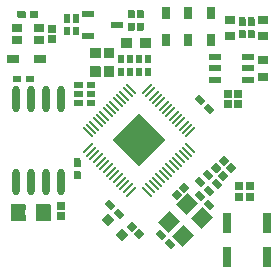
<source format=gtp>
G04*
G04 #@! TF.GenerationSoftware,Altium Limited,Altium Designer,22.4.2 (48)*
G04*
G04 Layer_Color=8421504*
%FSLAX25Y25*%
%MOIN*%
G70*
G04*
G04 #@! TF.SameCoordinates,E33717C8-1156-47A2-ABF9-324644F10D76*
G04*
G04*
G04 #@! TF.FilePolarity,Positive*
G04*
G01*
G75*
%ADD13R,0.02500X0.02500*%
G04:AMPARAMS|DCode=14|XSize=55.12mil|YSize=47.24mil|CornerRadius=0mil|HoleSize=0mil|Usage=FLASHONLY|Rotation=45.000|XOffset=0mil|YOffset=0mil|HoleType=Round|Shape=Rectangle|*
%AMROTATEDRECTD14*
4,1,4,-0.00278,-0.03619,-0.03619,-0.00278,0.00278,0.03619,0.03619,0.00278,-0.00278,-0.03619,0.0*
%
%ADD14ROTATEDRECTD14*%

%ADD15O,0.02480X0.08858*%
G04:AMPARAMS|DCode=16|XSize=43.31mil|YSize=7.87mil|CornerRadius=0mil|HoleSize=0mil|Usage=FLASHONLY|Rotation=45.000|XOffset=0mil|YOffset=0mil|HoleType=Round|Shape=Rectangle|*
%AMROTATEDRECTD16*
4,1,4,-0.01253,-0.01810,-0.01810,-0.01253,0.01253,0.01810,0.01810,0.01253,-0.01253,-0.01810,0.0*
%
%ADD16ROTATEDRECTD16*%

G04:AMPARAMS|DCode=17|XSize=43.31mil|YSize=7.87mil|CornerRadius=0mil|HoleSize=0mil|Usage=FLASHONLY|Rotation=135.000|XOffset=0mil|YOffset=0mil|HoleType=Round|Shape=Rectangle|*
%AMROTATEDRECTD17*
4,1,4,0.01810,-0.01253,0.01253,-0.01810,-0.01810,0.01253,-0.01253,0.01810,0.01810,-0.01253,0.0*
%
%ADD17ROTATEDRECTD17*%

%ADD18P,0.17817X4X90.0*%
%ADD19R,0.03500X0.02700*%
%ADD20R,0.04213X0.02362*%
%ADD21R,0.03937X0.02165*%
%ADD22R,0.03150X0.06693*%
%ADD23P,0.03536X4X360.0*%
%ADD24R,0.02500X0.02500*%
%ADD25P,0.03536X4X90.0*%
%ADD26R,0.04459X0.05421*%
%ADD27R,0.03500X0.03200*%
%ADD28R,0.03200X0.03500*%
%ADD29P,0.04454X4X270.0*%
%ADD30R,0.03937X0.02953*%
%ADD31R,0.02953X0.03937*%
G04:AMPARAMS|DCode=32|XSize=30mil|YSize=21.5mil|CornerRadius=0mil|HoleSize=0mil|Usage=FLASHONLY|Rotation=135.000|XOffset=0mil|YOffset=0mil|HoleType=Round|Shape=Rectangle|*
%AMROTATEDRECTD32*
4,1,4,0.01821,-0.00301,0.00301,-0.01821,-0.01821,0.00301,-0.00301,0.01821,0.01821,-0.00301,0.0*
%
%ADD32ROTATEDRECTD32*%

%ADD33R,0.02150X0.03000*%
%ADD34R,0.03000X0.02150*%
%ADD35R,0.03543X0.03150*%
G36*
X16268Y92886D02*
Y91114D01*
X16071Y90917D01*
X13984D01*
X13788Y91114D01*
Y92886D01*
X13984Y93083D01*
X16071D01*
X16268Y92886D01*
D02*
G37*
G36*
X12213D02*
Y91114D01*
X12016Y90917D01*
X9929D01*
X9732Y91114D01*
Y92886D01*
X9929Y93083D01*
X12016D01*
X12213Y92886D01*
D02*
G37*
G36*
X51583Y93071D02*
Y90984D01*
X51386Y90787D01*
X49614D01*
X49417Y90984D01*
Y93071D01*
X49614Y93268D01*
X51386D01*
X51583Y93071D01*
D02*
G37*
G36*
X48583D02*
Y90984D01*
X48386Y90787D01*
X46614D01*
X46417Y90984D01*
Y93071D01*
X46614Y93268D01*
X48386D01*
X48583Y93071D01*
D02*
G37*
G36*
X30083Y91571D02*
Y89484D01*
X29886Y89287D01*
X28114D01*
X27917Y89484D01*
Y91571D01*
X28114Y91768D01*
X29886D01*
X30083Y91571D01*
D02*
G37*
G36*
X27083D02*
Y89484D01*
X26886Y89287D01*
X25114D01*
X24917Y89484D01*
Y91571D01*
X25114Y91768D01*
X26886D01*
X27083Y91571D01*
D02*
G37*
G36*
X88583Y90571D02*
Y88484D01*
X88386Y88287D01*
X86614D01*
X86417Y88484D01*
Y90571D01*
X86614Y90768D01*
X88386D01*
X88583Y90571D01*
D02*
G37*
G36*
X85583D02*
Y88484D01*
X85386Y88287D01*
X83614D01*
X83417Y88484D01*
Y90571D01*
X83614Y90768D01*
X85386D01*
X85583Y90571D01*
D02*
G37*
G36*
X51583Y89016D02*
Y86929D01*
X51386Y86732D01*
X49614D01*
X49417Y86929D01*
Y89016D01*
X49614Y89213D01*
X51386D01*
X51583Y89016D01*
D02*
G37*
G36*
X48583D02*
Y86929D01*
X48386Y86732D01*
X46614D01*
X46417Y86929D01*
Y89016D01*
X46614Y89213D01*
X48386D01*
X48583Y89016D01*
D02*
G37*
G36*
X22063Y88160D02*
Y86189D01*
X21905Y86032D01*
X20095D01*
X19937Y86189D01*
Y88160D01*
X20095Y88318D01*
X21905D01*
X22063Y88160D01*
D02*
G37*
G36*
X30083Y87516D02*
Y85429D01*
X29886Y85232D01*
X28114D01*
X27917Y85429D01*
Y87516D01*
X28114Y87713D01*
X29886D01*
X30083Y87516D01*
D02*
G37*
G36*
X27083D02*
Y85429D01*
X26886Y85232D01*
X25114D01*
X24917Y85429D01*
Y87516D01*
X25114Y87713D01*
X26886D01*
X27083Y87516D01*
D02*
G37*
G36*
X88583Y86516D02*
Y84429D01*
X88386Y84232D01*
X86614D01*
X86417Y84429D01*
Y86516D01*
X86614Y86712D01*
X88386D01*
X88583Y86516D01*
D02*
G37*
G36*
X85583D02*
Y84429D01*
X85386Y84232D01*
X83614D01*
X83417Y84429D01*
Y86516D01*
X83614Y86712D01*
X85386D01*
X85583Y86516D01*
D02*
G37*
G36*
X22063Y84811D02*
Y82840D01*
X21905Y82683D01*
X20095D01*
X19937Y82840D01*
Y84811D01*
X20095Y84969D01*
X21905D01*
X22063Y84811D01*
D02*
G37*
G36*
X53901Y84075D02*
Y80925D01*
X53705Y80728D01*
X50594D01*
X50398Y80925D01*
Y81823D01*
X51894D01*
Y83122D01*
X50398D01*
Y84075D01*
X50594Y84272D01*
X53705D01*
X53901Y84075D01*
D02*
G37*
G36*
X47642D02*
Y83122D01*
X46185D01*
Y81823D01*
X47642D01*
Y80925D01*
X47445Y80728D01*
X44295D01*
X44098Y80925D01*
Y84075D01*
X44295Y84272D01*
X47445D01*
X47642Y84075D01*
D02*
G37*
G36*
X41772Y80705D02*
Y77555D01*
X41575Y77358D01*
X40622D01*
Y78815D01*
X39323D01*
Y77358D01*
X38425D01*
X38228Y77555D01*
Y80705D01*
X38425Y80902D01*
X41575D01*
X41772Y80705D01*
D02*
G37*
G36*
X37272D02*
Y77555D01*
X37075Y77358D01*
X36122D01*
Y78815D01*
X34823D01*
Y77358D01*
X33925D01*
X33728Y77555D01*
Y80705D01*
X33925Y80902D01*
X37075D01*
X37272Y80705D01*
D02*
G37*
G36*
X54083Y78071D02*
Y75984D01*
X53886Y75787D01*
X52114D01*
X51917Y75984D01*
Y78071D01*
X52114Y78268D01*
X53886D01*
X54083Y78071D01*
D02*
G37*
G36*
X51083D02*
Y75984D01*
X50886Y75787D01*
X49114D01*
X48917Y75984D01*
Y78071D01*
X49114Y78268D01*
X50886D01*
X51083Y78071D01*
D02*
G37*
G36*
X48083D02*
Y75984D01*
X47886Y75787D01*
X46114D01*
X45917Y75984D01*
Y78071D01*
X46114Y78268D01*
X47886D01*
X48083Y78071D01*
D02*
G37*
G36*
X45083D02*
Y75984D01*
X44886Y75787D01*
X43114D01*
X42917Y75984D01*
Y78071D01*
X43114Y78268D01*
X44886D01*
X45083Y78071D01*
D02*
G37*
G36*
X41772Y74406D02*
Y71295D01*
X41575Y71099D01*
X38425D01*
X38228Y71295D01*
Y74406D01*
X38425Y74602D01*
X39323D01*
Y73106D01*
X40622D01*
Y74602D01*
X41575D01*
X41772Y74406D01*
D02*
G37*
G36*
X37272D02*
Y71295D01*
X37075Y71099D01*
X33925D01*
X33728Y71295D01*
Y74406D01*
X33925Y74602D01*
X34823D01*
Y73106D01*
X36122D01*
Y74602D01*
X37075D01*
X37272Y74406D01*
D02*
G37*
G36*
X54083Y74016D02*
Y71929D01*
X53886Y71732D01*
X52114D01*
X51917Y71929D01*
Y74016D01*
X52114Y74212D01*
X53886D01*
X54083Y74016D01*
D02*
G37*
G36*
X51083D02*
Y71929D01*
X50886Y71732D01*
X49114D01*
X48917Y71929D01*
Y74016D01*
X49114Y74212D01*
X50886D01*
X51083Y74016D01*
D02*
G37*
G36*
X48083D02*
Y71929D01*
X47886Y71732D01*
X46114D01*
X45917Y71929D01*
Y74016D01*
X46114Y74212D01*
X47886D01*
X48083Y74016D01*
D02*
G37*
G36*
X45083D02*
Y71929D01*
X44886Y71732D01*
X43114D01*
X42917Y71929D01*
Y74016D01*
X43114Y74212D01*
X44886D01*
X45083Y74016D01*
D02*
G37*
G36*
X14768Y71386D02*
Y69614D01*
X14571Y69417D01*
X12484D01*
X12287Y69614D01*
Y71386D01*
X12484Y71583D01*
X14571D01*
X14768Y71386D01*
D02*
G37*
G36*
X10712D02*
Y69614D01*
X10516Y69417D01*
X8429D01*
X8232Y69614D01*
Y71386D01*
X8429Y71583D01*
X10516D01*
X10712Y71386D01*
D02*
G37*
G36*
X35268Y69386D02*
Y67614D01*
X35071Y67417D01*
X32984D01*
X32787Y67614D01*
Y69386D01*
X32984Y69583D01*
X35071D01*
X35268Y69386D01*
D02*
G37*
G36*
X31213D02*
Y67614D01*
X31016Y67417D01*
X28929D01*
X28732Y67614D01*
Y69386D01*
X28929Y69583D01*
X31016D01*
X31213Y69386D01*
D02*
G37*
G36*
X84317Y66405D02*
Y64595D01*
X84160Y64437D01*
X82189D01*
X82032Y64595D01*
Y66405D01*
X82189Y66563D01*
X84160D01*
X84317Y66405D01*
D02*
G37*
G36*
X80968D02*
Y64595D01*
X80811Y64437D01*
X78840D01*
X78683Y64595D01*
Y66405D01*
X78840Y66563D01*
X80811D01*
X80968Y66405D01*
D02*
G37*
G36*
X35268Y66386D02*
Y64614D01*
X35071Y64417D01*
X32984D01*
X32787Y64614D01*
Y66386D01*
X32984Y66583D01*
X35071D01*
X35268Y66386D01*
D02*
G37*
G36*
X31213D02*
Y64614D01*
X31016Y64417D01*
X28929D01*
X28732Y64614D01*
Y66386D01*
X28929Y66583D01*
X31016D01*
X31213Y66386D01*
D02*
G37*
G36*
X72070Y63462D02*
X72070Y63183D01*
X70817Y61931D01*
X70538Y61931D01*
X69063Y63406D01*
Y63684D01*
X70316Y64937D01*
X70594D01*
X72070Y63462D01*
D02*
G37*
G36*
X35268Y63386D02*
Y61614D01*
X35071Y61417D01*
X32984D01*
X32787Y61614D01*
Y63386D01*
X32984Y63583D01*
X35071D01*
X35268Y63386D01*
D02*
G37*
G36*
X31213D02*
Y61614D01*
X31016Y61417D01*
X28929D01*
X28732Y61614D01*
Y63386D01*
X28929Y63583D01*
X31016D01*
X31213Y63386D01*
D02*
G37*
G36*
X84317Y62906D02*
Y61094D01*
X84160Y60937D01*
X82189D01*
X82032Y61094D01*
Y62906D01*
X82189Y63063D01*
X84160D01*
X84317Y62906D01*
D02*
G37*
G36*
X80968D02*
Y61094D01*
X80811Y60937D01*
X78840D01*
X78683Y61094D01*
Y62906D01*
X78840Y63063D01*
X80811D01*
X80968Y62906D01*
D02*
G37*
G36*
X74937Y60594D02*
X74937Y60316D01*
X73684Y59063D01*
X73406Y59063D01*
X71930Y60539D01*
Y60817D01*
X73183Y62070D01*
X73462D01*
X74937Y60594D01*
D02*
G37*
G36*
X79764Y43239D02*
Y43016D01*
X78484Y41736D01*
X78261D01*
X76867Y43129D01*
Y43352D01*
X78148Y44633D01*
X78371D01*
X79764Y43239D01*
D02*
G37*
G36*
X30583Y43571D02*
Y41484D01*
X30386Y41287D01*
X28614D01*
X28417Y41484D01*
Y43571D01*
X28614Y43768D01*
X30386D01*
X30583Y43571D01*
D02*
G37*
G36*
X82133Y40871D02*
Y40648D01*
X80852Y39367D01*
X80629D01*
X79236Y40761D01*
Y40984D01*
X80516Y42265D01*
X80739D01*
X82133Y40871D01*
D02*
G37*
G36*
X77264Y40739D02*
Y40516D01*
X75984Y39235D01*
X75761D01*
X74367Y40629D01*
Y40852D01*
X75648Y42133D01*
X75871D01*
X77264Y40739D01*
D02*
G37*
G36*
X30583Y39516D02*
Y37429D01*
X30386Y37232D01*
X28614D01*
X28417Y37429D01*
Y39516D01*
X28614Y39713D01*
X30386D01*
X30583Y39516D01*
D02*
G37*
G36*
X74569Y38462D02*
X74570Y38183D01*
X73317Y36931D01*
X73038Y36931D01*
X71563Y38406D01*
Y38684D01*
X72816Y39937D01*
X73094D01*
X74569Y38462D01*
D02*
G37*
G36*
X79633Y38371D02*
Y38148D01*
X78352Y36867D01*
X78129D01*
X76736Y38261D01*
Y38484D01*
X78016Y39764D01*
X78239D01*
X79633Y38371D01*
D02*
G37*
G36*
X72070Y35962D02*
X72070Y35683D01*
X70817Y34431D01*
X70538Y34431D01*
X69063Y35906D01*
Y36184D01*
X70316Y37437D01*
X70594D01*
X72070Y35962D01*
D02*
G37*
G36*
X77437Y35594D02*
X77437Y35316D01*
X76184Y34063D01*
X75906Y34063D01*
X74430Y35539D01*
Y35817D01*
X75683Y37070D01*
X75962D01*
X77437Y35594D01*
D02*
G37*
G36*
X88063Y35660D02*
Y33689D01*
X87906Y33531D01*
X86094D01*
X85937Y33689D01*
Y35660D01*
X86094Y35818D01*
X87906D01*
X88063Y35660D01*
D02*
G37*
G36*
X84563D02*
Y33689D01*
X84405Y33531D01*
X82595D01*
X82437Y33689D01*
Y35660D01*
X82595Y35818D01*
X84405D01*
X84563Y35660D01*
D02*
G37*
G36*
X66633Y34352D02*
Y34129D01*
X65239Y32735D01*
X65016D01*
X63736Y34016D01*
Y34239D01*
X65129Y35633D01*
X65352D01*
X66633Y34352D01*
D02*
G37*
G36*
X74937Y33094D02*
X74937Y32816D01*
X73684Y31563D01*
X73406Y31563D01*
X71930Y33039D01*
Y33317D01*
X73183Y34570D01*
X73462D01*
X74937Y33094D01*
D02*
G37*
G36*
X64265Y31984D02*
Y31761D01*
X62871Y30367D01*
X62648D01*
X61367Y31648D01*
Y31871D01*
X62761Y33264D01*
X62984D01*
X64265Y31984D01*
D02*
G37*
G36*
X88063Y32311D02*
Y30340D01*
X87906Y30182D01*
X86094D01*
X85937Y30340D01*
Y32311D01*
X86094Y32469D01*
X87906D01*
X88063Y32311D01*
D02*
G37*
G36*
X84563D02*
Y30340D01*
X84405Y30182D01*
X82595D01*
X82437Y30340D01*
Y32311D01*
X82595Y32469D01*
X84405D01*
X84563Y32311D01*
D02*
G37*
G36*
X72070Y31462D02*
X72070Y31183D01*
X70817Y29930D01*
X70538Y29931D01*
X69063Y31406D01*
Y31684D01*
X70316Y32937D01*
X70594D01*
X72070Y31462D01*
D02*
G37*
G36*
X74937Y28594D02*
X74937Y28316D01*
X73684Y27063D01*
X73406Y27063D01*
X71930Y28539D01*
Y28817D01*
X73183Y30070D01*
X73462D01*
X74937Y28594D01*
D02*
G37*
G36*
X25063Y29160D02*
Y27189D01*
X24905Y27031D01*
X23095D01*
X22937Y27189D01*
Y29160D01*
X23095Y29318D01*
X24905D01*
X25063Y29160D01*
D02*
G37*
G36*
X42070Y28462D02*
X42070Y28183D01*
X40817Y26930D01*
X40538Y26931D01*
X39063Y28406D01*
Y28684D01*
X40316Y29937D01*
X40594D01*
X42070Y28462D01*
D02*
G37*
G36*
X44937Y25594D02*
X44937Y25316D01*
X43684Y24063D01*
X43406Y24063D01*
X41930Y25539D01*
Y25817D01*
X43183Y27070D01*
X43461D01*
X44937Y25594D01*
D02*
G37*
G36*
X25063Y25811D02*
Y23840D01*
X24905Y23683D01*
X23095D01*
X22937Y23840D01*
Y25811D01*
X23095Y25969D01*
X24905D01*
X25063Y25811D01*
D02*
G37*
G36*
X20693Y28520D02*
Y23480D01*
X20496Y23283D01*
X15969D01*
X15772Y23480D01*
X15772Y25134D01*
X17524D01*
Y26905D01*
X15791D01*
X15772Y28520D01*
X15969Y28716D01*
X20496D01*
X20693Y28520D01*
D02*
G37*
G36*
X12228D02*
X12248Y26905D01*
X10476D01*
Y25134D01*
X12209D01*
X12228Y23480D01*
X12032Y23283D01*
X7504D01*
X7307Y23480D01*
Y28520D01*
X7504Y28716D01*
X12032D01*
X12228Y28520D01*
D02*
G37*
G36*
X49264Y21239D02*
Y21016D01*
X47984Y19736D01*
X47761D01*
X46367Y21129D01*
Y21352D01*
X47648Y22633D01*
X47871D01*
X49264Y21239D01*
D02*
G37*
G36*
X51633Y18871D02*
Y18648D01*
X50352Y17367D01*
X50129D01*
X48735Y18761D01*
Y18984D01*
X50016Y20265D01*
X50239D01*
X51633Y18871D01*
D02*
G37*
G36*
X57594Y19937D02*
X59070Y18461D01*
Y18183D01*
X57817Y16930D01*
X57538D01*
X56063Y18406D01*
X56063Y18684D01*
X57316Y19937D01*
X57594Y19937D01*
D02*
G37*
G36*
X60462Y17069D02*
X61937Y15594D01*
Y15316D01*
X60684Y14063D01*
X60406D01*
X58930Y15538D01*
X58930Y15817D01*
X60183Y17070D01*
X60462Y17069D01*
D02*
G37*
D13*
X24000Y28200D02*
D03*
Y24800D02*
D03*
X83500Y34700D02*
D03*
Y31300D02*
D03*
X87000D02*
D03*
Y34700D02*
D03*
X21000Y87200D02*
D03*
Y83800D02*
D03*
D14*
X60072Y22804D02*
D03*
X66196Y28928D02*
D03*
X70929Y24196D02*
D03*
X64804Y18071D02*
D03*
D15*
X24000Y63898D02*
D03*
X19000D02*
D03*
X14000D02*
D03*
X9000D02*
D03*
X24000Y36102D02*
D03*
X19000D02*
D03*
X14000D02*
D03*
X9000D02*
D03*
D16*
X32879Y47355D02*
D03*
X33993Y46242D02*
D03*
X35106Y45128D02*
D03*
X36220Y44015D02*
D03*
X37333Y42901D02*
D03*
X38447Y41787D02*
D03*
X39560Y40674D02*
D03*
X40674Y39560D02*
D03*
X41787Y38447D02*
D03*
X42901Y37333D02*
D03*
X44015Y36220D02*
D03*
X45128Y35106D02*
D03*
X46242Y33993D02*
D03*
X47355Y32879D02*
D03*
X67121Y52645D02*
D03*
X66007Y53758D02*
D03*
X64894Y54872D02*
D03*
X63780Y55985D02*
D03*
X62667Y57099D02*
D03*
X61553Y58213D02*
D03*
X60440Y59326D02*
D03*
X59326Y60440D02*
D03*
X58213Y61553D02*
D03*
X57099Y62667D02*
D03*
X55985Y63780D02*
D03*
X54872Y64894D02*
D03*
X53758Y66007D02*
D03*
X52645Y67121D02*
D03*
D17*
Y32879D02*
D03*
X53758Y33993D02*
D03*
X54872Y35106D02*
D03*
X55985Y36220D02*
D03*
X57099Y37333D02*
D03*
X58213Y38447D02*
D03*
X59326Y39560D02*
D03*
X60440Y40674D02*
D03*
X61553Y41787D02*
D03*
X62667Y42901D02*
D03*
X63780Y44015D02*
D03*
X64894Y45128D02*
D03*
X66007Y46242D02*
D03*
X67121Y47355D02*
D03*
X47355Y67121D02*
D03*
X46242Y66007D02*
D03*
X45128Y64894D02*
D03*
X44015Y63780D02*
D03*
X42901Y62667D02*
D03*
X41787Y61553D02*
D03*
X40674Y60440D02*
D03*
X39560Y59326D02*
D03*
X38447Y58213D02*
D03*
X37333Y57099D02*
D03*
X36220Y55985D02*
D03*
X35106Y54872D02*
D03*
X33993Y53758D02*
D03*
X32879Y52645D02*
D03*
D18*
X50000Y50000D02*
D03*
D19*
X16600Y87630D02*
D03*
Y83370D02*
D03*
X9400D02*
D03*
Y87630D02*
D03*
D20*
X33138Y92240D02*
D03*
Y84760D02*
D03*
X42863Y88500D02*
D03*
D21*
X75488Y70260D02*
D03*
Y74000D02*
D03*
Y77740D02*
D03*
X86512D02*
D03*
Y74000D02*
D03*
Y70260D02*
D03*
D22*
X92693Y11000D02*
D03*
X79307D02*
D03*
X92693Y22500D02*
D03*
X79307D02*
D03*
D23*
X50202Y18798D02*
D03*
X47798Y21202D02*
D03*
X78202Y38298D02*
D03*
X75798Y40702D02*
D03*
X80702Y40798D02*
D03*
X78298Y43202D02*
D03*
D24*
X79800Y62000D02*
D03*
X83200D02*
D03*
Y65500D02*
D03*
X79800D02*
D03*
D25*
X65202Y34202D02*
D03*
X62798Y31798D02*
D03*
D26*
X10196Y26000D02*
D03*
X17804D02*
D03*
D27*
X40000Y73000D02*
D03*
Y79000D02*
D03*
X35500Y73000D02*
D03*
Y79000D02*
D03*
D28*
X52000Y82500D02*
D03*
X46000D02*
D03*
D29*
X39631Y23369D02*
D03*
X44369Y18631D02*
D03*
D30*
X7884Y77000D02*
D03*
X17117D02*
D03*
D31*
X74000Y83384D02*
D03*
Y92616D02*
D03*
X66500Y83384D02*
D03*
Y92616D02*
D03*
X59000Y83384D02*
D03*
Y92616D02*
D03*
D32*
X70480Y31520D02*
D03*
X73520Y28480D02*
D03*
X60520Y15480D02*
D03*
X57480Y18520D02*
D03*
X40480Y28520D02*
D03*
X43520Y25480D02*
D03*
X70480Y36020D02*
D03*
X73520Y32980D02*
D03*
X70480Y63520D02*
D03*
X73520Y60480D02*
D03*
X72980Y38520D02*
D03*
X76020Y35480D02*
D03*
D33*
X29500Y42650D02*
D03*
Y38350D02*
D03*
X53000Y72850D02*
D03*
Y77150D02*
D03*
X50000Y72850D02*
D03*
Y77150D02*
D03*
X26000Y86350D02*
D03*
Y90650D02*
D03*
X29000Y86350D02*
D03*
Y90650D02*
D03*
X47500Y87850D02*
D03*
Y92150D02*
D03*
X50500Y87850D02*
D03*
Y92150D02*
D03*
X84500Y85350D02*
D03*
Y89650D02*
D03*
X87500Y85350D02*
D03*
Y89650D02*
D03*
X44000Y72850D02*
D03*
Y77150D02*
D03*
X47000Y72850D02*
D03*
Y77150D02*
D03*
D34*
X34150Y68500D02*
D03*
X29850D02*
D03*
X34150Y65500D02*
D03*
X29850D02*
D03*
X15150Y92000D02*
D03*
X10850D02*
D03*
X34150Y62500D02*
D03*
X29850D02*
D03*
X9350Y70500D02*
D03*
X13650D02*
D03*
D35*
X80500Y90255D02*
D03*
Y84745D02*
D03*
X91500Y90255D02*
D03*
Y84745D02*
D03*
Y76755D02*
D03*
Y71245D02*
D03*
M02*

</source>
